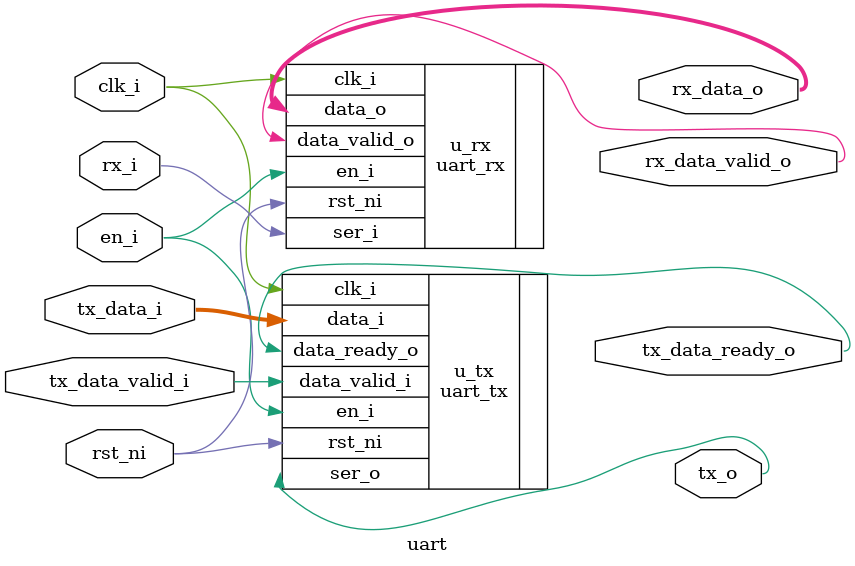
<source format=sv>
module uart #(
  // set this to (frequency of clk_i) / (baud rate)
  parameter int CLKS_PER_BIT = 10
) (
  input        clk_i,
  input        rst_ni,

  input        en_i,

  output       rx_data_valid_o,
  output [7:0] rx_data_o,

  output       tx_data_ready_o,
  input        tx_data_valid_i,
  input  [7:0] tx_data_i,

  input        rx_i,
  output       tx_o
);

  uart_rx #(
    .CLKS_PER_BIT ( CLKS_PER_BIT )
  ) u_rx (
    .clk_i        ( clk_i           ),
    .rst_ni       ( rst_ni          ),

    .en_i         ( en_i            ),

    .data_valid_o ( rx_data_valid_o ),
    .data_o       ( rx_data_o       ),

    .ser_i        ( rx_i            )
  );

  uart_tx #(
    .CLKS_PER_BIT ( CLKS_PER_BIT )
  ) u_tx (
    .clk_i        ( clk_i           ),
    .rst_ni       ( rst_ni          ),

    .en_i         ( en_i            ),

    .data_ready_o ( tx_data_ready_o ),
    .data_valid_i ( tx_data_valid_i ),
    .data_i       ( tx_data_i       ),

    .ser_o        ( tx_o            )
  );

endmodule

</source>
